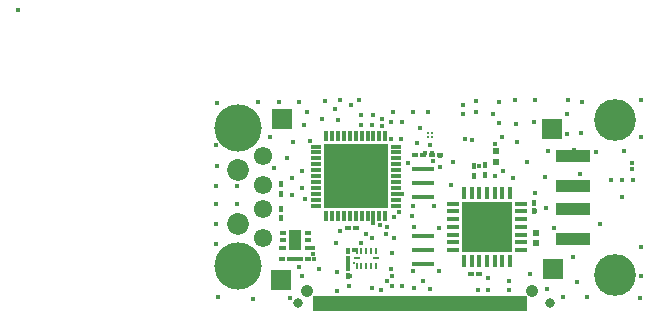
<source format=gbr>
G04 #@! TF.GenerationSoftware,KiCad,Pcbnew,(5.1.6)-1*
G04 #@! TF.CreationDate,2021-12-03T11:37:05+01:00*
G04 #@! TF.ProjectId,Keyvilboard2.0,4b657976-696c-4626-9f61-7264322e302e,rev?*
G04 #@! TF.SameCoordinates,Original*
G04 #@! TF.FileFunction,Soldermask,Top*
G04 #@! TF.FilePolarity,Negative*
%FSLAX46Y46*%
G04 Gerber Fmt 4.6, Leading zero omitted, Abs format (unit mm)*
G04 Created by KiCad (PCBNEW (5.1.6)-1) date 2021-12-03 11:37:05*
%MOMM*%
%LPD*%
G01*
G04 APERTURE LIST*
%ADD10C,0.010000*%
%ADD11C,0.186000*%
%ADD12R,1.725000X1.725000*%
%ADD13R,0.200000X0.150000*%
%ADD14R,0.600000X0.200000*%
%ADD15R,0.200000X0.600000*%
%ADD16R,0.470000X0.440000*%
%ADD17C,3.540000*%
%ADD18R,2.880000X1.120000*%
%ADD19C,4.000000*%
%ADD20C,1.850000*%
%ADD21C,1.550000*%
%ADD22C,1.067000*%
%ADD23C,0.813000*%
%ADD24R,1.100000X1.700000*%
%ADD25R,0.600000X0.350000*%
%ADD26R,4.200000X4.200000*%
%ADD27R,0.350000X1.050000*%
%ADD28R,1.050000X0.350000*%
%ADD29R,5.400000X5.400000*%
%ADD30R,0.950000X0.300000*%
%ADD31R,0.300000X0.950000*%
%ADD32R,0.400000X0.625000*%
%ADD33R,1.900000X0.400000*%
%ADD34R,0.620000X0.600000*%
%ADD35R,0.440000X0.470000*%
%ADD36C,0.450000*%
G04 APERTURE END LIST*
D10*
G04 #@! TO.C,U1*
G36*
X161293000Y-109940000D02*
G01*
X162767000Y-109940000D01*
X162767000Y-108720000D01*
X161293000Y-108720000D01*
X161293000Y-109940000D01*
G37*
X161293000Y-109940000D02*
X162767000Y-109940000D01*
X162767000Y-108720000D01*
X161293000Y-108720000D01*
X161293000Y-109940000D01*
G36*
X160023000Y-109940000D02*
G01*
X161497000Y-109940000D01*
X161497000Y-108720000D01*
X160023000Y-108720000D01*
X160023000Y-109940000D01*
G37*
X160023000Y-109940000D02*
X161497000Y-109940000D01*
X161497000Y-108720000D01*
X160023000Y-108720000D01*
X160023000Y-109940000D01*
G36*
X158753000Y-109940000D02*
G01*
X160227000Y-109940000D01*
X160227000Y-108720000D01*
X158753000Y-108720000D01*
X158753000Y-109940000D01*
G37*
X158753000Y-109940000D02*
X160227000Y-109940000D01*
X160227000Y-108720000D01*
X158753000Y-108720000D01*
X158753000Y-109940000D01*
G36*
X157483000Y-109940000D02*
G01*
X158957000Y-109940000D01*
X158957000Y-108720000D01*
X157483000Y-108720000D01*
X157483000Y-109940000D01*
G37*
X157483000Y-109940000D02*
X158957000Y-109940000D01*
X158957000Y-108720000D01*
X157483000Y-108720000D01*
X157483000Y-109940000D01*
G36*
X156213000Y-109940000D02*
G01*
X157687000Y-109940000D01*
X157687000Y-108720000D01*
X156213000Y-108720000D01*
X156213000Y-109940000D01*
G37*
X156213000Y-109940000D02*
X157687000Y-109940000D01*
X157687000Y-108720000D01*
X156213000Y-108720000D01*
X156213000Y-109940000D01*
G36*
X154943000Y-109940000D02*
G01*
X156417000Y-109940000D01*
X156417000Y-108720000D01*
X154943000Y-108720000D01*
X154943000Y-109940000D01*
G37*
X154943000Y-109940000D02*
X156417000Y-109940000D01*
X156417000Y-108720000D01*
X154943000Y-108720000D01*
X154943000Y-109940000D01*
G36*
X153673000Y-109940000D02*
G01*
X155147000Y-109940000D01*
X155147000Y-108720000D01*
X153673000Y-108720000D01*
X153673000Y-109940000D01*
G37*
X153673000Y-109940000D02*
X155147000Y-109940000D01*
X155147000Y-108720000D01*
X153673000Y-108720000D01*
X153673000Y-109940000D01*
G36*
X152403000Y-109940000D02*
G01*
X153877000Y-109940000D01*
X153877000Y-108720000D01*
X152403000Y-108720000D01*
X152403000Y-109940000D01*
G37*
X152403000Y-109940000D02*
X153877000Y-109940000D01*
X153877000Y-108720000D01*
X152403000Y-108720000D01*
X152403000Y-109940000D01*
G36*
X151133000Y-109940000D02*
G01*
X152607000Y-109940000D01*
X152607000Y-108720000D01*
X151133000Y-108720000D01*
X151133000Y-109940000D01*
G37*
X151133000Y-109940000D02*
X152607000Y-109940000D01*
X152607000Y-108720000D01*
X151133000Y-108720000D01*
X151133000Y-109940000D01*
G36*
X149863000Y-109940000D02*
G01*
X151337000Y-109940000D01*
X151337000Y-108720000D01*
X149863000Y-108720000D01*
X149863000Y-109940000D01*
G37*
X149863000Y-109940000D02*
X151337000Y-109940000D01*
X151337000Y-108720000D01*
X149863000Y-108720000D01*
X149863000Y-109940000D01*
G36*
X148593000Y-109940000D02*
G01*
X150067000Y-109940000D01*
X150067000Y-108720000D01*
X148593000Y-108720000D01*
X148593000Y-109940000D01*
G37*
X148593000Y-109940000D02*
X150067000Y-109940000D01*
X150067000Y-108720000D01*
X148593000Y-108720000D01*
X148593000Y-109940000D01*
G36*
X147323000Y-109940000D02*
G01*
X148797000Y-109940000D01*
X148797000Y-108720000D01*
X147323000Y-108720000D01*
X147323000Y-109940000D01*
G37*
X147323000Y-109940000D02*
X148797000Y-109940000D01*
X148797000Y-108720000D01*
X147323000Y-108720000D01*
X147323000Y-109940000D01*
G36*
X146053000Y-109940000D02*
G01*
X147527000Y-109940000D01*
X147527000Y-108720000D01*
X146053000Y-108720000D01*
X146053000Y-109940000D01*
G37*
X146053000Y-109940000D02*
X147527000Y-109940000D01*
X147527000Y-108720000D01*
X146053000Y-108720000D01*
X146053000Y-109940000D01*
G36*
X144783000Y-109940000D02*
G01*
X146257000Y-109940000D01*
X146257000Y-108720000D01*
X144783000Y-108720000D01*
X144783000Y-109940000D01*
G37*
X144783000Y-109940000D02*
X146257000Y-109940000D01*
X146257000Y-108720000D01*
X144783000Y-108720000D01*
X144783000Y-109940000D01*
G04 #@! TD*
D11*
G04 #@! TO.C,IC4*
X154845000Y-95235000D03*
X154495000Y-95235000D03*
X154845000Y-94885000D03*
X154495000Y-94885000D03*
G04 #@! TD*
D12*
G04 #@! TO.C,TX1*
X165000000Y-94560000D03*
G04 #@! TD*
G04 #@! TO.C,RX1*
X165060000Y-106460000D03*
G04 #@! TD*
D13*
G04 #@! TO.C,IC5*
X148270000Y-105955000D03*
D14*
X148470000Y-105530000D03*
D15*
X148470000Y-104880000D03*
X148870000Y-104880000D03*
X149270000Y-104880000D03*
X149670000Y-104880000D03*
X150070000Y-104880000D03*
D14*
X150070000Y-105530000D03*
D15*
X150070000Y-106180000D03*
X149670000Y-106180000D03*
X149270000Y-106180000D03*
X148870000Y-106180000D03*
X148470000Y-106180000D03*
G04 #@! TD*
D12*
G04 #@! TO.C,GND1*
X142180000Y-93700000D03*
G04 #@! TD*
G04 #@! TO.C,5V+1*
X142030000Y-107360000D03*
G04 #@! TD*
D16*
G04 #@! TO.C,1uF4*
X155500000Y-96810000D03*
X154830000Y-96810000D03*
G04 #@! TD*
G04 #@! TO.C,1uF1*
X148415000Y-102980000D03*
X147745000Y-102980000D03*
G04 #@! TD*
G04 #@! TO.C,0.1uF3*
X158835000Y-106880000D03*
X158165000Y-106880000D03*
G04 #@! TD*
D17*
G04 #@! TO.C,USBFEMALE1*
X170370000Y-93820000D03*
X170370000Y-106940000D03*
D18*
X166790000Y-96890000D03*
X166790000Y-99390000D03*
X166790000Y-101390000D03*
X166790000Y-103890000D03*
G04 #@! TD*
D19*
G04 #@! TO.C,USBMALE1*
X138450000Y-94480000D03*
X138450000Y-106180000D03*
D20*
X138450000Y-102630000D03*
X138450000Y-98030000D03*
D21*
X140550000Y-96830000D03*
X140550000Y-99330000D03*
X140550000Y-101330000D03*
X140550000Y-103830000D03*
G04 #@! TD*
D22*
G04 #@! TO.C,U1*
X163300000Y-108339000D03*
D23*
X164799000Y-109330000D03*
X143488000Y-109330000D03*
D22*
X144250000Y-108339000D03*
G04 #@! TD*
D24*
G04 #@! TO.C,PS1*
X143280000Y-104020000D03*
D25*
X142230000Y-104670000D03*
X142230000Y-104020000D03*
X142230000Y-103370000D03*
X144330000Y-103370000D03*
X144330000Y-104020000D03*
X144330000Y-104670000D03*
G04 #@! TD*
D26*
G04 #@! TO.C,IC3*
X159500000Y-102870000D03*
D27*
X157550000Y-100020000D03*
X158200000Y-100020000D03*
X158850000Y-100020000D03*
X159500000Y-100020000D03*
X160150000Y-100020000D03*
X160800000Y-100020000D03*
X161450000Y-100020000D03*
D28*
X162350000Y-100920000D03*
X162350000Y-101570000D03*
X162350000Y-102220000D03*
X162350000Y-102870000D03*
X162350000Y-103520000D03*
X162350000Y-104170000D03*
X162350000Y-104820000D03*
D27*
X161450000Y-105720000D03*
X160800000Y-105720000D03*
X160150000Y-105720000D03*
X159500000Y-105720000D03*
X158850000Y-105720000D03*
X158200000Y-105720000D03*
X157550000Y-105720000D03*
D28*
X156650000Y-104820000D03*
X156650000Y-104170000D03*
X156650000Y-103520000D03*
X156650000Y-102870000D03*
X156650000Y-102220000D03*
X156650000Y-101570000D03*
X156650000Y-100920000D03*
G04 #@! TD*
D29*
G04 #@! TO.C,IC2*
X148380000Y-98570000D03*
D30*
X144980000Y-101070000D03*
X144980000Y-100570000D03*
X144980000Y-100070000D03*
X144980000Y-99570000D03*
X144980000Y-99070000D03*
X144980000Y-98570000D03*
X144980000Y-98070000D03*
X144980000Y-97570000D03*
X144980000Y-97070000D03*
X144980000Y-96570000D03*
X144980000Y-96070000D03*
D31*
X145880000Y-95170000D03*
X146380000Y-95170000D03*
X146880000Y-95170000D03*
X147380000Y-95170000D03*
X147880000Y-95170000D03*
X148380000Y-95170000D03*
X148880000Y-95170000D03*
X149380000Y-95170000D03*
X149880000Y-95170000D03*
X150380000Y-95170000D03*
X150880000Y-95170000D03*
D30*
X151780000Y-96070000D03*
X151780000Y-96570000D03*
X151780000Y-97070000D03*
X151780000Y-97570000D03*
X151780000Y-98070000D03*
X151780000Y-98570000D03*
X151780000Y-99070000D03*
X151780000Y-99570000D03*
X151780000Y-100070000D03*
X151780000Y-100570000D03*
X151780000Y-101070000D03*
D31*
X150880000Y-101970000D03*
X150380000Y-101970000D03*
X149880000Y-101970000D03*
X149380000Y-101970000D03*
X148880000Y-101970000D03*
X148380000Y-101970000D03*
X147880000Y-101970000D03*
X147380000Y-101970000D03*
X146880000Y-101970000D03*
X146380000Y-101970000D03*
X145880000Y-101970000D03*
G04 #@! TD*
D32*
G04 #@! TO.C,22Ohm2*
X142090000Y-100092000D03*
X142090000Y-99268000D03*
G04 #@! TD*
G04 #@! TO.C,22Ohm1*
X142090000Y-102142000D03*
X142090000Y-101318000D03*
G04 #@! TD*
D16*
G04 #@! TO.C,1uF5*
X153390000Y-96810000D03*
X154060000Y-96810000D03*
G04 #@! TD*
G04 #@! TO.C,1uF3*
X142175000Y-105550000D03*
X142845000Y-105550000D03*
G04 #@! TD*
G04 #@! TO.C,1uF2*
X144325000Y-105550000D03*
X143655000Y-105550000D03*
G04 #@! TD*
D33*
G04 #@! TO.C,16Mhz2*
X154110000Y-106040000D03*
X154110000Y-104840000D03*
X154110000Y-103640000D03*
G04 #@! TD*
G04 #@! TO.C,16Mhz1*
X154120000Y-100330000D03*
X154120000Y-99130000D03*
X154120000Y-97930000D03*
G04 #@! TD*
D34*
G04 #@! TO.C,10uF2*
X160260000Y-96490000D03*
X160260000Y-97410000D03*
G04 #@! TD*
G04 #@! TO.C,10uF1*
X163640000Y-104270000D03*
X163640000Y-103350000D03*
G04 #@! TD*
D32*
G04 #@! TO.C,10KOhm1*
X158360000Y-98572000D03*
X158360000Y-97748000D03*
G04 #@! TD*
G04 #@! TO.C,10KOhm2*
X159330000Y-97658000D03*
X159330000Y-98482000D03*
G04 #@! TD*
D35*
G04 #@! TO.C,0.1uF4*
X163510000Y-100845000D03*
X163510000Y-101515000D03*
G04 #@! TD*
G04 #@! TO.C,0.1uF2*
X147750000Y-105565000D03*
X147750000Y-104895000D03*
G04 #@! TD*
G04 #@! TO.C,0.1uF1*
X147760000Y-106350000D03*
X147760000Y-107020000D03*
G04 #@! TD*
D36*
X119820000Y-84490000D03*
X154800000Y-96600000D03*
X154250000Y-96620000D03*
X171130000Y-96420000D03*
X170910000Y-100320000D03*
X169090000Y-102640000D03*
X156650000Y-103520000D03*
X156620000Y-97370000D03*
X150450000Y-97040000D03*
X146730000Y-96890000D03*
X148530000Y-96890000D03*
X150430000Y-98650000D03*
X146520000Y-98410000D03*
X148570000Y-98610000D03*
X148570000Y-100400000D03*
X150420000Y-100390000D03*
X146530000Y-100390000D03*
X158210000Y-106890000D03*
X154080000Y-104840000D03*
X154110000Y-99130000D03*
X143540000Y-103410000D03*
X142980000Y-103420000D03*
X142970000Y-104050000D03*
X143560000Y-104070000D03*
X143520000Y-104630000D03*
X142960000Y-104630000D03*
X143270000Y-105570000D03*
X136620000Y-92350000D03*
X140080000Y-92330000D03*
X143610000Y-92280000D03*
X145740000Y-92240000D03*
X141910000Y-92280000D03*
X136730000Y-108820000D03*
X139650000Y-108960000D03*
X142790000Y-108910000D03*
X136530000Y-104310000D03*
X136530000Y-102640000D03*
X136530000Y-100970000D03*
X136560000Y-99440000D03*
X136610000Y-97710000D03*
X136560000Y-95900000D03*
X138290000Y-100910000D03*
X138340000Y-99440000D03*
X141090000Y-95250000D03*
X141500000Y-97920000D03*
X142950000Y-98770000D03*
X143860000Y-99580000D03*
X143830000Y-98160000D03*
X142580000Y-97060000D03*
X143050000Y-95690000D03*
X144000000Y-94220000D03*
X144240000Y-93140000D03*
X143840000Y-107060000D03*
X146760000Y-106660000D03*
X145310000Y-106470000D03*
X143610000Y-106250000D03*
X158730000Y-108200000D03*
X159550000Y-107240000D03*
X159540000Y-108220000D03*
X161350000Y-108200000D03*
X161320000Y-107470000D03*
X146880000Y-93840000D03*
X145560000Y-93750000D03*
X146630000Y-92930000D03*
X147090000Y-92120000D03*
X148870000Y-94240000D03*
X148840000Y-93370000D03*
X149850000Y-93380000D03*
X150620000Y-93740000D03*
X151390000Y-94020000D03*
X151400000Y-95400000D03*
X152250000Y-95400000D03*
X152280000Y-94020000D03*
X151580000Y-93180000D03*
X154470000Y-93150000D03*
X153220000Y-93140000D03*
X154960000Y-97290000D03*
X153230000Y-101120000D03*
X155020000Y-101110000D03*
X153310000Y-102860000D03*
X155410000Y-102970000D03*
X163130000Y-106820000D03*
X164570000Y-108110000D03*
X165950000Y-108780000D03*
X172450000Y-108900000D03*
X172570000Y-92130000D03*
X172560000Y-95260000D03*
X172570000Y-104540000D03*
X172510000Y-107060000D03*
X167110000Y-107580000D03*
X167980000Y-108850000D03*
X168760000Y-96570000D03*
X167330000Y-98410000D03*
X166880000Y-96400000D03*
X164620000Y-96480000D03*
X164430000Y-98690000D03*
X164460000Y-101260000D03*
X163580000Y-99980000D03*
X161730000Y-98720000D03*
X162870000Y-97350000D03*
X162070000Y-95680000D03*
X160800000Y-95230000D03*
X167440000Y-94950000D03*
X167580000Y-92280000D03*
X166280000Y-95030000D03*
X166320000Y-92120000D03*
X166290000Y-93300000D03*
X163450000Y-94010000D03*
X163530000Y-92160000D03*
X161940000Y-94130000D03*
X161900000Y-92140000D03*
X160520000Y-94090000D03*
X160540000Y-92270000D03*
X160040000Y-93290000D03*
X158540000Y-92190000D03*
X166800000Y-105450000D03*
X157480000Y-92580000D03*
X152770000Y-97490000D03*
X149730000Y-108080000D03*
X147760000Y-105950000D03*
X153230000Y-106600000D03*
X163640000Y-104270000D03*
X151640000Y-102070000D03*
X151440000Y-105110000D03*
X151640000Y-103810000D03*
X170010000Y-98910000D03*
X170960000Y-98910000D03*
X171900000Y-98920000D03*
X154700000Y-95940000D03*
X153800000Y-94510000D03*
X156470000Y-99310000D03*
X160250000Y-97410000D03*
X163520000Y-101520000D03*
X158835000Y-106880000D03*
X160193520Y-98580000D03*
X158830000Y-97680000D03*
X146820000Y-108300000D03*
X155490000Y-96830000D03*
X147910000Y-107020000D03*
X171810000Y-97460000D03*
X171790000Y-98010000D03*
X153600000Y-95730000D03*
X153410000Y-96810000D03*
X144800000Y-104690000D03*
X144800000Y-105150000D03*
X144810000Y-105620000D03*
X144552998Y-95590000D03*
X144110000Y-100520000D03*
X150590000Y-94340000D03*
X152304018Y-100068572D03*
X146750000Y-104260000D03*
X148276553Y-104861053D03*
X165140000Y-103000000D03*
X160870000Y-98100000D03*
X148660000Y-92160000D03*
X153280000Y-108030000D03*
X158186340Y-95493660D03*
X142090000Y-104660000D03*
X142230000Y-103370000D03*
X142950000Y-100200000D03*
X147060000Y-103200000D03*
X147960000Y-92590000D03*
X154653712Y-108133712D03*
X158601840Y-93110000D03*
X157478951Y-93351049D03*
X157609899Y-95468231D03*
X151010000Y-102860000D03*
X149740000Y-103830000D03*
X150540000Y-108220000D03*
X150447168Y-102732909D03*
X149278398Y-103483799D03*
X149885230Y-102515989D03*
X147820000Y-107870000D03*
X148819513Y-104228822D03*
X149760000Y-94230000D03*
X150957606Y-103500000D03*
X151454500Y-107049376D03*
X153180000Y-101980000D03*
X151454500Y-107880376D03*
X152285500Y-107880376D03*
X151033575Y-107444032D03*
X154120000Y-107464876D03*
X155440000Y-106633876D03*
X151361001Y-106480000D03*
X160193520Y-95837998D03*
X152030001Y-101580000D03*
X155502998Y-97800000D03*
X165920000Y-103870000D03*
X167730000Y-103870000D03*
X166790000Y-103890000D03*
M02*

</source>
